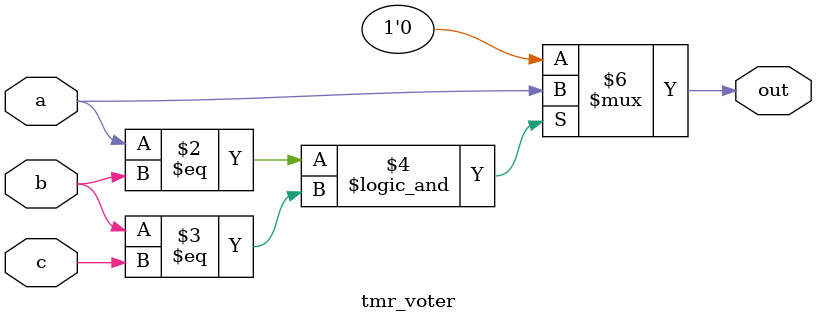
<source format=v>
module tmr_voter (
    input a, b, c,
    output reg out
);
    always @(*) begin
        if ((a == b) && (b == c)) out = a;  // Triple vote
        else out = 1'b0;  // Veto
    end
endmodule
</source>
